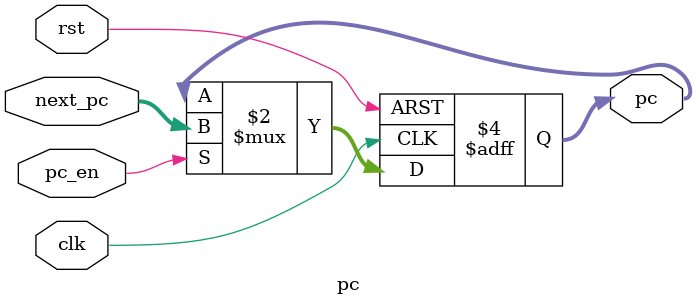
<source format=v>
module pc(
    input clk,
    input rst,
    input [31:0] next_pc,
    input pc_en,
    output reg [31:0] pc
);

    always @(posedge clk or posedge rst) begin
        if (rst) begin
            pc <= 32'h00000000;
        end else if (pc_en) begin
            pc <= next_pc;
        end
    end

endmodule



</source>
